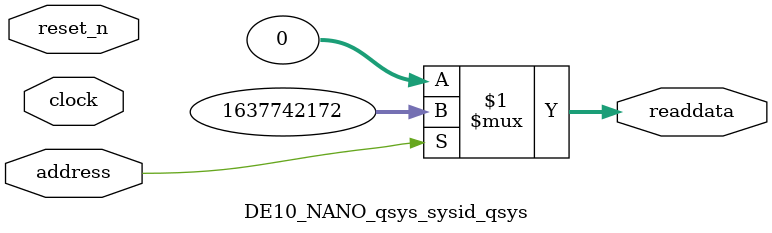
<source format=v>

`timescale 1ns / 1ps
// synthesis translate_on

// turn off superfluous verilog processor warnings 
// altera message_level Level1 
// altera message_off 10034 10035 10036 10037 10230 10240 10030 

module DE10_NANO_qsys_sysid_qsys (
               // inputs:
                address,
                clock,
                reset_n,

               // outputs:
                readdata
             )
;

  output  [ 31: 0] readdata;
  input            address;
  input            clock;
  input            reset_n;

  wire    [ 31: 0] readdata;
  //control_slave, which is an e_avalon_slave
  assign readdata = address ? 1637742172 : 0;

endmodule




</source>
